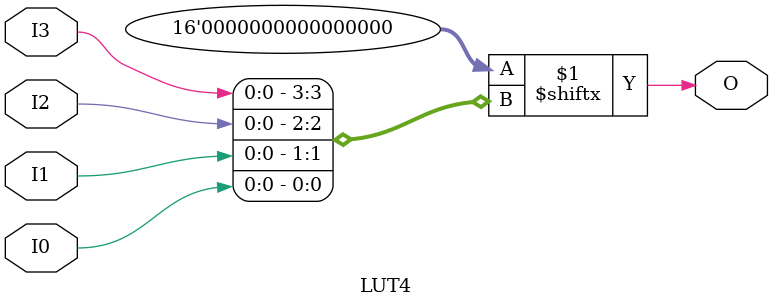
<source format=v>
/*

FUNCTION	: 4-inputs LUT

*/

`celldefine
`timescale  100 ps / 10 ps

module LUT4 (O, I0, I1, I2, I3);

    parameter INIT = 16'h0000;

    input I0, I1, I2, I3;

    output O;

    wire out0, out1, out2, out3, out;

        assign O = INIT[{I3,I2,I1,I0}];

endmodule

</source>
